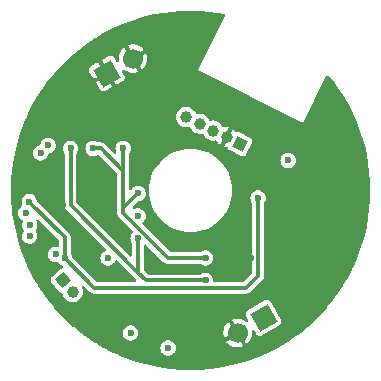
<source format=gbr>
%TF.GenerationSoftware,KiCad,Pcbnew,7.0.5-0*%
%TF.CreationDate,2023-09-08T15:05:08-04:00*%
%TF.ProjectId,rodentdbs,726f6465-6e74-4646-9273-2e6b69636164,rev?*%
%TF.SameCoordinates,Original*%
%TF.FileFunction,Copper,L3,Inr*%
%TF.FilePolarity,Positive*%
%FSLAX46Y46*%
G04 Gerber Fmt 4.6, Leading zero omitted, Abs format (unit mm)*
G04 Created by KiCad (PCBNEW 7.0.5-0) date 2023-09-08 15:05:08*
%MOMM*%
%LPD*%
G01*
G04 APERTURE LIST*
G04 Aperture macros list*
%AMHorizOval*
0 Thick line with rounded ends*
0 $1 width*
0 $2 $3 position (X,Y) of the first rounded end (center of the circle)*
0 $4 $5 position (X,Y) of the second rounded end (center of the circle)*
0 Add line between two ends*
20,1,$1,$2,$3,$4,$5,0*
0 Add two circle primitives to create the rounded ends*
1,1,$1,$2,$3*
1,1,$1,$4,$5*%
%AMRotRect*
0 Rectangle, with rotation*
0 The origin of the aperture is its center*
0 $1 length*
0 $2 width*
0 $3 Rotation angle, in degrees counterclockwise*
0 Add horizontal line*
21,1,$1,$2,0,0,$3*%
G04 Aperture macros list end*
%TA.AperFunction,ComponentPad*%
%ADD10RotRect,1.000000X1.000000X243.440000*%
%TD*%
%TA.AperFunction,ComponentPad*%
%ADD11HorizOval,1.000000X0.000000X0.000000X0.000000X0.000000X0*%
%TD*%
%TA.AperFunction,ComponentPad*%
%ADD12RotRect,1.000000X1.000000X40.000000*%
%TD*%
%TA.AperFunction,ComponentPad*%
%ADD13HorizOval,1.000000X0.000000X0.000000X0.000000X0.000000X0*%
%TD*%
%TA.AperFunction,ComponentPad*%
%ADD14RotRect,1.700000X1.700000X300.000000*%
%TD*%
%TA.AperFunction,ComponentPad*%
%ADD15HorizOval,1.700000X0.000000X0.000000X0.000000X0.000000X0*%
%TD*%
%TA.AperFunction,ComponentPad*%
%ADD16RotRect,1.700000X1.700000X120.000000*%
%TD*%
%TA.AperFunction,ComponentPad*%
%ADD17HorizOval,1.700000X0.000000X0.000000X0.000000X0.000000X0*%
%TD*%
%TA.AperFunction,ViaPad*%
%ADD18C,0.600000*%
%TD*%
%TA.AperFunction,Conductor*%
%ADD19C,0.300000*%
%TD*%
G04 APERTURE END LIST*
D10*
%TO.N,VCC*%
%TO.C,J6*%
X150235890Y-123060193D03*
D11*
%TO.N,GND*%
X149099917Y-122492332D03*
%TO.N,/rodentdbs_1/{slash}XRES*%
X147963945Y-121924471D03*
%TO.N,/rodentdbs_1/SWDCLK*%
X146827972Y-121356610D03*
%TO.N,/rodentdbs_1/SWDIO*%
X145692000Y-120788749D03*
%TD*%
D12*
%TO.N,/rodentdbs_1/STIMA*%
%TO.C,J2*%
X135255000Y-134620000D03*
D13*
%TO.N,/rodentdbs_1/STIMB*%
X136071340Y-135592876D03*
%TD*%
D14*
%TO.N,VCC*%
%TO.C,J3*%
X152229852Y-137795000D03*
D15*
%TO.N,GND*%
X150030148Y-139065000D03*
%TD*%
D16*
%TO.N,GND*%
%TO.C,J4*%
X138972122Y-117103026D03*
D17*
X141171826Y-115833026D03*
%TD*%
D18*
%TO.N,GND*%
X135255000Y-129540000D03*
%TO.N,/rodentdbs_1/VCCD*%
X139065000Y-132715000D03*
%TO.N,GND*%
X147955000Y-118110000D03*
X137795000Y-121920000D03*
X134620000Y-118110000D03*
X135255000Y-128270000D03*
X137795000Y-128270000D03*
X137795000Y-125730000D03*
X134620000Y-125730000D03*
X137795000Y-137795000D03*
X147955000Y-137160000D03*
X154305000Y-135255000D03*
X151130000Y-132715000D03*
%TO.N,Net-(D1-A)*%
X140970000Y-139065000D03*
%TO.N,Net-(D2-A)*%
X144145000Y-140335000D03*
%TO.N,/rodentdbs_1/LED1*%
X132430343Y-129916768D03*
%TO.N,/rodentdbs_1/{slash}SHDN-BOOST*%
X154305000Y-124460000D03*
%TO.N,/rodentdbs_1/LED2*%
X132422836Y-130877972D03*
%TO.N,/rodentdbs_1/{slash}SHDN-BOOST*%
X132080000Y-128905000D03*
%TO.N,GND*%
X151130000Y-120650000D03*
X150495000Y-119380000D03*
X151765000Y-120015000D03*
%TO.N,/rodentdbs_1/SWDIO*%
X133985000Y-123190000D03*
%TO.N,/rodentdbs_1/SWDCLK*%
X133350000Y-123825000D03*
%TO.N,GND*%
X158115000Y-120650000D03*
X154940000Y-122555000D03*
X153670000Y-121920000D03*
X152400000Y-121285000D03*
X149860000Y-120015000D03*
X148590000Y-119380000D03*
X146685000Y-118745000D03*
X146685000Y-112395000D03*
X145415000Y-112395000D03*
X147320000Y-114300000D03*
X147955000Y-113030000D03*
X157480000Y-118745000D03*
%TO.N,/rodentdbs_1/VDDA*%
X151765000Y-127635000D03*
X135395378Y-132730875D03*
X132397500Y-127952500D03*
%TO.N,GND*%
X156845000Y-120015000D03*
X149225000Y-118745000D03*
X142875000Y-113030000D03*
X153035000Y-120650000D03*
X154305000Y-121285000D03*
X155575000Y-121920000D03*
X156210000Y-121285000D03*
X146050000Y-117475000D03*
X144780000Y-118110000D03*
X143510000Y-119380000D03*
X143510000Y-117475000D03*
X142240000Y-118745000D03*
X141605000Y-120015000D03*
X142875000Y-120650000D03*
X142875000Y-121920000D03*
X141605000Y-121920000D03*
X142875000Y-123825000D03*
X141605000Y-123825000D03*
%TO.N,/rodentdbs_1/VREF*%
X134620000Y-132412012D03*
%TO.N,/rodentdbs_1/VDDD*%
X135890000Y-123440000D03*
%TO.N,/rodentdbs_1/VDDR*%
X137795000Y-123440000D03*
X140335000Y-123440000D03*
X141605000Y-127250000D03*
%TO.N,/rodentdbs_1/VDDD*%
X147320000Y-134620000D03*
%TO.N,/rodentdbs_1/VDDR*%
X147320000Y-132715000D03*
%TO.N,/rodentdbs_1/{slash}XRES*%
X141605000Y-129155000D03*
%TO.N,/rodentdbs_1/VDDD*%
X141605000Y-131060000D03*
%TD*%
D19*
%TO.N,/rodentdbs_1/VDDA*%
X135395378Y-132730875D02*
X135395378Y-130950378D01*
X135395378Y-130950378D02*
X132397500Y-127952500D01*
X151765000Y-127635000D02*
X151765000Y-134212671D01*
X151765000Y-134212671D02*
X150747671Y-135230000D01*
X150747671Y-135230000D02*
X137894503Y-135230000D01*
X137894503Y-135230000D02*
X135395378Y-132730875D01*
%TO.N,/rodentdbs_1/VDDR*%
X144145000Y-132715000D02*
X140335000Y-128905000D01*
X147320000Y-132715000D02*
X144145000Y-132715000D01*
X140335000Y-128905000D02*
X140335000Y-128520000D01*
%TO.N,/rodentdbs_1/VDDD*%
X142240000Y-134620000D02*
X141605000Y-133985000D01*
X141605000Y-133985000D02*
X135890000Y-128270000D01*
X141605000Y-131060000D02*
X141605000Y-133985000D01*
X147320000Y-134620000D02*
X142240000Y-134620000D01*
X135890000Y-128270000D02*
X135890000Y-123440000D01*
%TO.N,/rodentdbs_1/VDDR*%
X140335000Y-125345000D02*
X138430000Y-123440000D01*
X138430000Y-123440000D02*
X137795000Y-123440000D01*
X140335000Y-125345000D02*
X140335000Y-123440000D01*
X140335000Y-125345000D02*
X140335000Y-128520000D01*
X141605000Y-127250000D02*
X140335000Y-128520000D01*
%TD*%
%TA.AperFunction,Conductor*%
%TO.N,GND*%
G36*
X146819028Y-111804988D02*
G01*
X146822163Y-111805147D01*
X147060054Y-111823263D01*
X147587676Y-111863443D01*
X147590769Y-111863757D01*
X148352353Y-111960752D01*
X148355437Y-111961224D01*
X148897981Y-112058465D01*
X148960494Y-112089667D01*
X148996216Y-112149714D01*
X148993803Y-112219542D01*
X148987012Y-112235973D01*
X146684999Y-116839999D01*
X146685000Y-116839999D01*
X146685000Y-116840000D01*
X155575000Y-121285000D01*
X157557016Y-117320965D01*
X157604602Y-117269808D01*
X157672294Y-117252498D01*
X157738598Y-117274533D01*
X157764024Y-117298058D01*
X157886544Y-117448317D01*
X158080269Y-117685903D01*
X158082192Y-117688387D01*
X158536578Y-118307178D01*
X158538372Y-118309756D01*
X158960838Y-118950772D01*
X158962485Y-118953415D01*
X159351948Y-119615017D01*
X159353472Y-119617764D01*
X159708927Y-120298247D01*
X159710302Y-120301050D01*
X159964343Y-120853946D01*
X160030823Y-120998634D01*
X160032062Y-121001521D01*
X160316848Y-121714467D01*
X160317939Y-121717413D01*
X160566241Y-122443846D01*
X160567182Y-122446844D01*
X160778380Y-123184949D01*
X160779167Y-123187991D01*
X160952701Y-123935806D01*
X160953334Y-123938884D01*
X161088774Y-124694561D01*
X161089250Y-124697667D01*
X161186239Y-125459207D01*
X161186557Y-125462333D01*
X161244852Y-126227836D01*
X161245011Y-126230973D01*
X161264460Y-126998430D01*
X161264460Y-127001570D01*
X161245011Y-127769026D01*
X161244852Y-127772163D01*
X161186557Y-128537666D01*
X161186239Y-128540792D01*
X161089250Y-129302332D01*
X161088774Y-129305438D01*
X160953334Y-130061115D01*
X160952701Y-130064193D01*
X160779167Y-130812008D01*
X160778380Y-130815050D01*
X160567182Y-131553155D01*
X160566241Y-131556153D01*
X160317939Y-132282586D01*
X160316848Y-132285532D01*
X160032062Y-132998478D01*
X160030823Y-133001365D01*
X159856219Y-133381375D01*
X159760585Y-133589516D01*
X159710311Y-133698932D01*
X159708927Y-133701752D01*
X159353472Y-134382235D01*
X159351948Y-134384982D01*
X158962485Y-135046584D01*
X158960826Y-135049244D01*
X158942210Y-135077493D01*
X158538373Y-135690242D01*
X158536578Y-135692821D01*
X158082192Y-136311612D01*
X158080269Y-136314096D01*
X157595120Y-136909084D01*
X157593074Y-136911468D01*
X157078403Y-137481131D01*
X157076238Y-137483408D01*
X156533408Y-138026238D01*
X156531131Y-138028403D01*
X155961468Y-138543074D01*
X155959084Y-138545120D01*
X155364096Y-139030269D01*
X155361612Y-139032192D01*
X154742821Y-139486578D01*
X154740242Y-139488373D01*
X154273906Y-139795715D01*
X154114960Y-139900470D01*
X154099251Y-139910823D01*
X154096584Y-139912485D01*
X153434982Y-140301948D01*
X153432235Y-140303472D01*
X152751752Y-140658927D01*
X152748932Y-140660311D01*
X152051365Y-140980823D01*
X152048478Y-140982062D01*
X151335532Y-141266848D01*
X151332586Y-141267939D01*
X150606153Y-141516241D01*
X150603155Y-141517182D01*
X149865050Y-141728380D01*
X149862008Y-141729167D01*
X149114193Y-141902701D01*
X149111115Y-141903334D01*
X148355438Y-142038774D01*
X148352332Y-142039250D01*
X147590792Y-142136239D01*
X147587666Y-142136557D01*
X146822163Y-142194852D01*
X146819026Y-142195011D01*
X146051571Y-142214460D01*
X146048429Y-142214460D01*
X145280973Y-142195011D01*
X145277836Y-142194852D01*
X144512333Y-142136557D01*
X144509207Y-142136239D01*
X143747667Y-142039250D01*
X143744561Y-142038774D01*
X142988884Y-141903334D01*
X142985806Y-141902701D01*
X142237991Y-141729167D01*
X142234949Y-141728380D01*
X141496844Y-141517182D01*
X141493846Y-141516241D01*
X140767413Y-141267939D01*
X140764467Y-141266848D01*
X140051521Y-140982062D01*
X140048634Y-140980823D01*
X139976536Y-140947696D01*
X139351050Y-140660302D01*
X139348247Y-140658927D01*
X138728121Y-140335000D01*
X143489722Y-140335000D01*
X143508762Y-140491818D01*
X143564780Y-140639522D01*
X143564780Y-140639523D01*
X143654517Y-140769530D01*
X143772760Y-140874283D01*
X143772762Y-140874284D01*
X143912634Y-140947696D01*
X144066014Y-140985500D01*
X144223985Y-140985500D01*
X144377365Y-140947696D01*
X144377364Y-140947696D01*
X144517240Y-140874283D01*
X144635483Y-140769530D01*
X144725220Y-140639523D01*
X144781237Y-140491818D01*
X144800278Y-140335000D01*
X144781237Y-140178182D01*
X144725220Y-140030477D01*
X144635483Y-139900470D01*
X144517240Y-139795717D01*
X144517238Y-139795716D01*
X144517237Y-139795715D01*
X144377365Y-139722303D01*
X144223986Y-139684500D01*
X144223985Y-139684500D01*
X144066015Y-139684500D01*
X144066014Y-139684500D01*
X143912634Y-139722303D01*
X143772762Y-139795715D01*
X143654516Y-139900471D01*
X143564781Y-140030475D01*
X143564780Y-140030476D01*
X143508762Y-140178181D01*
X143489722Y-140334999D01*
X143489722Y-140335000D01*
X138728121Y-140335000D01*
X138667764Y-140303472D01*
X138665017Y-140301948D01*
X138003415Y-139912485D01*
X138000772Y-139910838D01*
X137359756Y-139488372D01*
X137357178Y-139486578D01*
X136783066Y-139065000D01*
X140314722Y-139065000D01*
X140333762Y-139221818D01*
X140367136Y-139309816D01*
X140389780Y-139369523D01*
X140479517Y-139499530D01*
X140597760Y-139604283D01*
X140597762Y-139604284D01*
X140737634Y-139677696D01*
X140891014Y-139715500D01*
X140891015Y-139715500D01*
X141048985Y-139715500D01*
X141202365Y-139677696D01*
X141342240Y-139604283D01*
X141460483Y-139499530D01*
X141550220Y-139369523D01*
X141606237Y-139221818D01*
X141625278Y-139065000D01*
X148825007Y-139065000D01*
X148845526Y-139286439D01*
X148906386Y-139500345D01*
X148909673Y-139506945D01*
X149533116Y-139146999D01*
X149570655Y-139274844D01*
X149648387Y-139395798D01*
X149713886Y-139452552D01*
X149090765Y-139812312D01*
X149139536Y-139876896D01*
X149139538Y-139876899D01*
X149303886Y-140026721D01*
X149492968Y-140143797D01*
X149492970Y-140143798D01*
X149700343Y-140224134D01*
X149918955Y-140265000D01*
X150141341Y-140265000D01*
X150359954Y-140224134D01*
X150469837Y-140181565D01*
X150110187Y-139558633D01*
X150172463Y-139549680D01*
X150303248Y-139489952D01*
X150411909Y-139395798D01*
X150419381Y-139384170D01*
X150778651Y-140006445D01*
X150920756Y-139876899D01*
X151054779Y-139699425D01*
X151153907Y-139500350D01*
X151214769Y-139286439D01*
X151235288Y-139065000D01*
X151235289Y-139065000D01*
X151222227Y-138924042D01*
X151235642Y-138855472D01*
X151283999Y-138805040D01*
X151351945Y-138788757D01*
X151417907Y-138811794D01*
X151453085Y-138850600D01*
X151576869Y-139065000D01*
X151631819Y-139160176D01*
X151674482Y-139214217D01*
X151771519Y-139279540D01*
X151884510Y-139309816D01*
X152001208Y-139301763D01*
X152065176Y-139276293D01*
X153595028Y-138393033D01*
X153649069Y-138350370D01*
X153714392Y-138253333D01*
X153744668Y-138140342D01*
X153736615Y-138023644D01*
X153711145Y-137959676D01*
X153711141Y-137959668D01*
X152827887Y-136429828D01*
X152827885Y-136429824D01*
X152785222Y-136375783D01*
X152688185Y-136310460D01*
X152575194Y-136280184D01*
X152575193Y-136280184D01*
X152458497Y-136288236D01*
X152394530Y-136313705D01*
X152394520Y-136313710D01*
X150864680Y-137196964D01*
X150810634Y-137239631D01*
X150745312Y-137336666D01*
X150715036Y-137449657D01*
X150715036Y-137449658D01*
X150723088Y-137566354D01*
X150748557Y-137630321D01*
X150748562Y-137630331D01*
X150922662Y-137931880D01*
X150939135Y-137999780D01*
X150916282Y-138065807D01*
X150861361Y-138108998D01*
X150791808Y-138115639D01*
X150749997Y-138099307D01*
X150567327Y-137986202D01*
X150567325Y-137986201D01*
X150359952Y-137905865D01*
X150141341Y-137865000D01*
X149918955Y-137865000D01*
X149700340Y-137905865D01*
X149590458Y-137948433D01*
X149590457Y-137948434D01*
X149950108Y-138571366D01*
X149887833Y-138580320D01*
X149757048Y-138640048D01*
X149648387Y-138734202D01*
X149640914Y-138745830D01*
X149281643Y-138123554D01*
X149139537Y-138253102D01*
X149005516Y-138430574D01*
X148906388Y-138629649D01*
X148845526Y-138843560D01*
X148825007Y-139064999D01*
X148825007Y-139065000D01*
X141625278Y-139065000D01*
X141621295Y-139032192D01*
X141606237Y-138908181D01*
X141581729Y-138843560D01*
X141550220Y-138760477D01*
X141460483Y-138630470D01*
X141342240Y-138525717D01*
X141342238Y-138525716D01*
X141342237Y-138525715D01*
X141202365Y-138452303D01*
X141048986Y-138414500D01*
X141048985Y-138414500D01*
X140891015Y-138414500D01*
X140891014Y-138414500D01*
X140737634Y-138452303D01*
X140597762Y-138525715D01*
X140479516Y-138630471D01*
X140389781Y-138760475D01*
X140389780Y-138760476D01*
X140333762Y-138908181D01*
X140314722Y-139064999D01*
X140314722Y-139065000D01*
X136783066Y-139065000D01*
X136738387Y-139032192D01*
X136735903Y-139030269D01*
X136140915Y-138545120D01*
X136138531Y-138543074D01*
X135568868Y-138028403D01*
X135566591Y-138026238D01*
X135023761Y-137483408D01*
X135021596Y-137481131D01*
X134506925Y-136911468D01*
X134504879Y-136909084D01*
X134019730Y-136314096D01*
X134017807Y-136311612D01*
X134016961Y-136310460D01*
X133565473Y-135695616D01*
X133563421Y-135692821D01*
X133561626Y-135690242D01*
X133139154Y-135049216D01*
X133137514Y-135046584D01*
X132748051Y-134384982D01*
X132746527Y-134382235D01*
X132391072Y-133701752D01*
X132389704Y-133698965D01*
X132069165Y-133001341D01*
X132067937Y-132998478D01*
X132017343Y-132871818D01*
X131783143Y-132285511D01*
X131782069Y-132282610D01*
X131533754Y-131556141D01*
X131532817Y-131553155D01*
X131525754Y-131528472D01*
X131321615Y-130815037D01*
X131320832Y-130812008D01*
X131319883Y-130807918D01*
X131147292Y-130064167D01*
X131146671Y-130061145D01*
X131011224Y-129305437D01*
X131010752Y-129302353D01*
X130960145Y-128905000D01*
X131424721Y-128905000D01*
X131443762Y-129061818D01*
X131487966Y-129178373D01*
X131499780Y-129209523D01*
X131589517Y-129339530D01*
X131707760Y-129444283D01*
X131782344Y-129483428D01*
X131832556Y-129532012D01*
X131848531Y-129600031D01*
X131840660Y-129637195D01*
X131794106Y-129759949D01*
X131775065Y-129916767D01*
X131775065Y-129916768D01*
X131794105Y-130073586D01*
X131832231Y-130174114D01*
X131850123Y-130221291D01*
X131852769Y-130225124D01*
X131919286Y-130321492D01*
X131941169Y-130387847D01*
X131923703Y-130455499D01*
X131919286Y-130462372D01*
X131842617Y-130573447D01*
X131842616Y-130573448D01*
X131786598Y-130721153D01*
X131767558Y-130877971D01*
X131767558Y-130877972D01*
X131786598Y-131034790D01*
X131819435Y-131121372D01*
X131842616Y-131182495D01*
X131932353Y-131312502D01*
X132050596Y-131417255D01*
X132050598Y-131417256D01*
X132190470Y-131490668D01*
X132343850Y-131528472D01*
X132501821Y-131528472D01*
X132655201Y-131490668D01*
X132655200Y-131490667D01*
X132795076Y-131417255D01*
X132913319Y-131312502D01*
X133003056Y-131182495D01*
X133059073Y-131034790D01*
X133078114Y-130877972D01*
X133059073Y-130721154D01*
X133054103Y-130708050D01*
X133027463Y-130637805D01*
X133003056Y-130573449D01*
X132933892Y-130473247D01*
X132912009Y-130406892D01*
X132929475Y-130339241D01*
X132933868Y-130332402D01*
X133010563Y-130221291D01*
X133066580Y-130073586D01*
X133085621Y-129916768D01*
X133066580Y-129759950D01*
X133010563Y-129612245D01*
X133010562Y-129612244D01*
X133008367Y-129606455D01*
X133003000Y-129536792D01*
X133036147Y-129475286D01*
X133097286Y-129441464D01*
X133167004Y-129446066D01*
X133211987Y-129474801D01*
X133810773Y-130073586D01*
X134858559Y-131121372D01*
X134892044Y-131182695D01*
X134894878Y-131209053D01*
X134894878Y-131651520D01*
X134875193Y-131718559D01*
X134822389Y-131764314D01*
X134753231Y-131774258D01*
X134741205Y-131771917D01*
X134698988Y-131761512D01*
X134698985Y-131761512D01*
X134541015Y-131761512D01*
X134541014Y-131761512D01*
X134387634Y-131799315D01*
X134247762Y-131872727D01*
X134129516Y-131977483D01*
X134039781Y-132107487D01*
X134039780Y-132107488D01*
X133983762Y-132255193D01*
X133964721Y-132412011D01*
X133964721Y-132412012D01*
X133983762Y-132568830D01*
X134022540Y-132671078D01*
X134039780Y-132716535D01*
X134129517Y-132846542D01*
X134247760Y-132951295D01*
X134247762Y-132951296D01*
X134387634Y-133024708D01*
X134541014Y-133062512D01*
X134698985Y-133062512D01*
X134698987Y-133062512D01*
X134698989Y-133062511D01*
X134731156Y-133054583D01*
X134800958Y-133057651D01*
X134858020Y-133097970D01*
X134862882Y-133104539D01*
X134884381Y-133135686D01*
X134904895Y-133165405D01*
X135023138Y-133270158D01*
X135163013Y-133343571D01*
X135176562Y-133346910D01*
X135179631Y-133347667D01*
X135240012Y-133382823D01*
X135271800Y-133445043D01*
X135264904Y-133514571D01*
X135221513Y-133569334D01*
X135179846Y-133588407D01*
X135175383Y-133589516D01*
X135175384Y-133589516D01*
X135175379Y-133589518D01*
X135116815Y-133625702D01*
X135116810Y-133625705D01*
X135116810Y-133625706D01*
X134299808Y-134311252D01*
X134299806Y-134311253D01*
X134299805Y-134311255D01*
X134253996Y-134362651D01*
X134206515Y-134469558D01*
X134206515Y-134469559D01*
X134196320Y-134586088D01*
X134224515Y-134699613D01*
X134224518Y-134699620D01*
X134260702Y-134758184D01*
X134260706Y-134758190D01*
X134946252Y-135575192D01*
X134997652Y-135621004D01*
X135104558Y-135668484D01*
X135109149Y-135668885D01*
X135123769Y-135670165D01*
X135188839Y-135695616D01*
X135229818Y-135752206D01*
X135234253Y-135767904D01*
X135234843Y-135770679D01*
X135290087Y-135940705D01*
X135290090Y-135940711D01*
X135379481Y-136095541D01*
X135421152Y-136141822D01*
X135499104Y-136228397D01*
X135499107Y-136228399D01*
X135499110Y-136228402D01*
X135643747Y-136333488D01*
X135807073Y-136406205D01*
X135981949Y-136443376D01*
X136160729Y-136443376D01*
X136160731Y-136443376D01*
X136335607Y-136406205D01*
X136498933Y-136333488D01*
X136643570Y-136228402D01*
X136763199Y-136095541D01*
X136852590Y-135940711D01*
X136907837Y-135770679D01*
X136926525Y-135592876D01*
X136907837Y-135415073D01*
X136852590Y-135245041D01*
X136846590Y-135234649D01*
X136830118Y-135166751D01*
X136852971Y-135100724D01*
X136907892Y-135057533D01*
X136977445Y-135050892D01*
X137039548Y-135082908D01*
X137041659Y-135084970D01*
X137493117Y-135536428D01*
X137509749Y-135557066D01*
X137512357Y-135561125D01*
X137512361Y-135561129D01*
X137551558Y-135595093D01*
X137554799Y-135598110D01*
X137565899Y-135609211D01*
X137565904Y-135609215D01*
X137565909Y-135609220D01*
X137578482Y-135618631D01*
X137581922Y-135621402D01*
X137621130Y-135655377D01*
X137625515Y-135657379D01*
X137648316Y-135670908D01*
X137652172Y-135673795D01*
X137695714Y-135690035D01*
X137700772Y-135691922D01*
X137704862Y-135693617D01*
X137735584Y-135707647D01*
X137752046Y-135715165D01*
X137756819Y-135715851D01*
X137782507Y-135722408D01*
X137787020Y-135724091D01*
X137838748Y-135727790D01*
X137843155Y-135728264D01*
X137858703Y-135730500D01*
X137858704Y-135730500D01*
X137874418Y-135730500D01*
X137878840Y-135730657D01*
X137930576Y-135734358D01*
X137933805Y-135733655D01*
X137935284Y-135733334D01*
X137961641Y-135730500D01*
X150680528Y-135730500D01*
X150706886Y-135733334D01*
X150711598Y-135734359D01*
X150763342Y-135730657D01*
X150767765Y-135730500D01*
X150783470Y-135730500D01*
X150799013Y-135728264D01*
X150803411Y-135727791D01*
X150855154Y-135724091D01*
X150859663Y-135722408D01*
X150885356Y-135715850D01*
X150890128Y-135715165D01*
X150937317Y-135693613D01*
X150941399Y-135691922D01*
X150976910Y-135678679D01*
X150990000Y-135673797D01*
X150990000Y-135673796D01*
X150990002Y-135673796D01*
X150993860Y-135670907D01*
X151016666Y-135657375D01*
X151021044Y-135655377D01*
X151060235Y-135621416D01*
X151063685Y-135618637D01*
X151066601Y-135616453D01*
X151076264Y-135609221D01*
X151087391Y-135598092D01*
X151090596Y-135595109D01*
X151129814Y-135561128D01*
X151132422Y-135557068D01*
X151149052Y-135536431D01*
X152071431Y-134614052D01*
X152092068Y-134597422D01*
X152096128Y-134594814D01*
X152130096Y-134555610D01*
X152133107Y-134552377D01*
X152144220Y-134541265D01*
X152153647Y-134528669D01*
X152156411Y-134525241D01*
X152190375Y-134486047D01*
X152190375Y-134486045D01*
X152190377Y-134486044D01*
X152192377Y-134481663D01*
X152205911Y-134458854D01*
X152208795Y-134455002D01*
X152226920Y-134406405D01*
X152228613Y-134402319D01*
X152236531Y-134384982D01*
X152250165Y-134355128D01*
X152250851Y-134350354D01*
X152257407Y-134324667D01*
X152259091Y-134320154D01*
X152259091Y-134320149D01*
X152259092Y-134320148D01*
X152260461Y-134300985D01*
X152262791Y-134268398D01*
X152263258Y-134264056D01*
X152265500Y-134248470D01*
X152265500Y-134232754D01*
X152265658Y-134228329D01*
X152269358Y-134176598D01*
X152269357Y-134176594D01*
X152268334Y-134171890D01*
X152265500Y-134145533D01*
X152265500Y-128093657D01*
X152285185Y-128026618D01*
X152287450Y-128023217D01*
X152295659Y-128011324D01*
X152345220Y-127939523D01*
X152401237Y-127791818D01*
X152420278Y-127635000D01*
X152410507Y-127554523D01*
X152401237Y-127478181D01*
X152359838Y-127369022D01*
X152345220Y-127330477D01*
X152255483Y-127200470D01*
X152137240Y-127095717D01*
X152137238Y-127095716D01*
X152137237Y-127095715D01*
X151997365Y-127022303D01*
X151843986Y-126984500D01*
X151843985Y-126984500D01*
X151686015Y-126984500D01*
X151686014Y-126984500D01*
X151532634Y-127022303D01*
X151392762Y-127095715D01*
X151274516Y-127200471D01*
X151184781Y-127330475D01*
X151184780Y-127330476D01*
X151128762Y-127478181D01*
X151109722Y-127634999D01*
X151109722Y-127635000D01*
X151128762Y-127791818D01*
X151184780Y-127939523D01*
X151184780Y-127939524D01*
X151242550Y-128023217D01*
X151264433Y-128089571D01*
X151264500Y-128093657D01*
X151264500Y-133953995D01*
X151244815Y-134021034D01*
X151228181Y-134041676D01*
X150576676Y-134693181D01*
X150515353Y-134726666D01*
X150488995Y-134729500D01*
X148098428Y-134729500D01*
X148031389Y-134709815D01*
X147985634Y-134657011D01*
X147975332Y-134620446D01*
X147974556Y-134614057D01*
X147956237Y-134463182D01*
X147900220Y-134315477D01*
X147810483Y-134185470D01*
X147692240Y-134080717D01*
X147692238Y-134080716D01*
X147692237Y-134080715D01*
X147552365Y-134007303D01*
X147398986Y-133969500D01*
X147398985Y-133969500D01*
X147241015Y-133969500D01*
X147241014Y-133969500D01*
X147087634Y-134007303D01*
X146947766Y-134080712D01*
X146947762Y-134080715D01*
X146947759Y-134080717D01*
X146947760Y-134080717D01*
X146939181Y-134088316D01*
X146875950Y-134118037D01*
X146856956Y-134119500D01*
X142498676Y-134119500D01*
X142431637Y-134099815D01*
X142410995Y-134083181D01*
X142141819Y-133814004D01*
X142108334Y-133752681D01*
X142105500Y-133726323D01*
X142105500Y-131682676D01*
X142125185Y-131615637D01*
X142177989Y-131569882D01*
X142247147Y-131559938D01*
X142310703Y-131588963D01*
X142317181Y-131594995D01*
X143743614Y-133021428D01*
X143760246Y-133042066D01*
X143762854Y-133046125D01*
X143762857Y-133046128D01*
X143802067Y-133080103D01*
X143805283Y-133083097D01*
X143816407Y-133094221D01*
X143816412Y-133094224D01*
X143816417Y-133094229D01*
X143828979Y-133103633D01*
X143832427Y-133106411D01*
X143862947Y-133132856D01*
X143871627Y-133140377D01*
X143876010Y-133142379D01*
X143898807Y-133155905D01*
X143902669Y-133158796D01*
X143951295Y-133176932D01*
X143955351Y-133178612D01*
X143977457Y-133188708D01*
X144002540Y-133200164D01*
X144002541Y-133200164D01*
X144002543Y-133200165D01*
X144007312Y-133200850D01*
X144033002Y-133207407D01*
X144037517Y-133209091D01*
X144089258Y-133212791D01*
X144093657Y-133213264D01*
X144109201Y-133215500D01*
X144124906Y-133215500D01*
X144129328Y-133215657D01*
X144181073Y-133219359D01*
X144185784Y-133218334D01*
X144212143Y-133215500D01*
X146856956Y-133215500D01*
X146923995Y-133235185D01*
X146939179Y-133246681D01*
X146947760Y-133254283D01*
X146947762Y-133254284D01*
X146947766Y-133254287D01*
X147087634Y-133327696D01*
X147241014Y-133365500D01*
X147398985Y-133365500D01*
X147552365Y-133327696D01*
X147692240Y-133254283D01*
X147810483Y-133149530D01*
X147900220Y-133019523D01*
X147956237Y-132871818D01*
X147975278Y-132715000D01*
X147958165Y-132574056D01*
X147956237Y-132558181D01*
X147925572Y-132477324D01*
X147900220Y-132410477D01*
X147810483Y-132280470D01*
X147692240Y-132175717D01*
X147692238Y-132175716D01*
X147692237Y-132175715D01*
X147552365Y-132102303D01*
X147398986Y-132064500D01*
X147398985Y-132064500D01*
X147241015Y-132064500D01*
X147241014Y-132064500D01*
X147087634Y-132102303D01*
X146947766Y-132175712D01*
X146947762Y-132175715D01*
X146947759Y-132175717D01*
X146947760Y-132175717D01*
X146939181Y-132183316D01*
X146875950Y-132213037D01*
X146856956Y-132214500D01*
X144403676Y-132214500D01*
X144336637Y-132194815D01*
X144315995Y-132178181D01*
X141993424Y-129855610D01*
X141959939Y-129794287D01*
X141964923Y-129724595D01*
X141998876Y-129675114D01*
X142095483Y-129589530D01*
X142185220Y-129459523D01*
X142241237Y-129311818D01*
X142260278Y-129155000D01*
X142253194Y-129096653D01*
X142241237Y-128998181D01*
X142192217Y-128868927D01*
X142185220Y-128850477D01*
X142095483Y-128720470D01*
X141977240Y-128615717D01*
X141977238Y-128615716D01*
X141977237Y-128615715D01*
X141837365Y-128542303D01*
X141683986Y-128504500D01*
X141683985Y-128504500D01*
X141526015Y-128504500D01*
X141526014Y-128504500D01*
X141372634Y-128542303D01*
X141352974Y-128552622D01*
X141284465Y-128566345D01*
X141219413Y-128540852D01*
X141178470Y-128484235D01*
X141174636Y-128414470D01*
X141207668Y-128355145D01*
X141630783Y-127932030D01*
X141688787Y-127899316D01*
X141837365Y-127862696D01*
X141977240Y-127789283D01*
X142095483Y-127684530D01*
X142185220Y-127554523D01*
X142241237Y-127406818D01*
X142260278Y-127250000D01*
X142253018Y-127190203D01*
X142241237Y-127093181D01*
X142219992Y-127037164D01*
X142205898Y-127000000D01*
X142519662Y-127000000D01*
X142539002Y-127369022D01*
X142546002Y-127413217D01*
X142596808Y-127733999D01*
X142675215Y-128026618D01*
X142692451Y-128090941D01*
X142824877Y-128435921D01*
X142992640Y-128765173D01*
X143193891Y-129075073D01*
X143193895Y-129075078D01*
X143193897Y-129075081D01*
X143426448Y-129362257D01*
X143687743Y-129623552D01*
X143974919Y-129856103D01*
X143974923Y-129856105D01*
X143974926Y-129856108D01*
X144284826Y-130057359D01*
X144284831Y-130057362D01*
X144614082Y-130225124D01*
X144959066Y-130357551D01*
X145316001Y-130453192D01*
X145680979Y-130510998D01*
X146029589Y-130529268D01*
X146049999Y-130530338D01*
X146050000Y-130530338D01*
X146050001Y-130530338D01*
X146069340Y-130529324D01*
X146419021Y-130510998D01*
X146783999Y-130453192D01*
X147140934Y-130357551D01*
X147485918Y-130225124D01*
X147815169Y-130057362D01*
X148125081Y-129856103D01*
X148412257Y-129623552D01*
X148673552Y-129362257D01*
X148906103Y-129075081D01*
X149107362Y-128765169D01*
X149275124Y-128435918D01*
X149407551Y-128090934D01*
X149503192Y-127733999D01*
X149560998Y-127369021D01*
X149580338Y-127000000D01*
X149560998Y-126630979D01*
X149503192Y-126266001D01*
X149407551Y-125909066D01*
X149275124Y-125564082D01*
X149107362Y-125234831D01*
X149026621Y-125110500D01*
X148906108Y-124924926D01*
X148906105Y-124924923D01*
X148906103Y-124924919D01*
X148673552Y-124637743D01*
X148495809Y-124460000D01*
X153649722Y-124460000D01*
X153668762Y-124616818D01*
X153724779Y-124764523D01*
X153724780Y-124764523D01*
X153814517Y-124894530D01*
X153932760Y-124999283D01*
X153932762Y-124999284D01*
X154072634Y-125072696D01*
X154226014Y-125110500D01*
X154383985Y-125110500D01*
X154537365Y-125072696D01*
X154537364Y-125072696D01*
X154677240Y-124999283D01*
X154795483Y-124894530D01*
X154885220Y-124764523D01*
X154941237Y-124616818D01*
X154960278Y-124460000D01*
X154955172Y-124417943D01*
X154941237Y-124303181D01*
X154897960Y-124189070D01*
X154885220Y-124155477D01*
X154795483Y-124025470D01*
X154677240Y-123920717D01*
X154677238Y-123920716D01*
X154677237Y-123920715D01*
X154537365Y-123847303D01*
X154383986Y-123809500D01*
X154383985Y-123809500D01*
X154226015Y-123809500D01*
X154226014Y-123809500D01*
X154072634Y-123847303D01*
X153932762Y-123920715D01*
X153814516Y-124025471D01*
X153724781Y-124155475D01*
X153724780Y-124155476D01*
X153668762Y-124303181D01*
X153649722Y-124459999D01*
X153649722Y-124460000D01*
X148495809Y-124460000D01*
X148412257Y-124376448D01*
X148125081Y-124143897D01*
X148125078Y-124143895D01*
X148125073Y-124143891D01*
X147815173Y-123942640D01*
X147485921Y-123774877D01*
X147140941Y-123642451D01*
X147140934Y-123642449D01*
X146783999Y-123546808D01*
X146783995Y-123546807D01*
X146783994Y-123546807D01*
X146419022Y-123489002D01*
X146050001Y-123469662D01*
X146049999Y-123469662D01*
X145680977Y-123489002D01*
X145316006Y-123546807D01*
X145316004Y-123546807D01*
X144959058Y-123642451D01*
X144614078Y-123774877D01*
X144284826Y-123942640D01*
X143974926Y-124143891D01*
X143687747Y-124376444D01*
X143687739Y-124376451D01*
X143426451Y-124637739D01*
X143426444Y-124637747D01*
X143193891Y-124924926D01*
X142992640Y-125234826D01*
X142824877Y-125564078D01*
X142692451Y-125909058D01*
X142596807Y-126266004D01*
X142596807Y-126266006D01*
X142539002Y-126630977D01*
X142519662Y-126999999D01*
X142519662Y-127000000D01*
X142205898Y-127000000D01*
X142185220Y-126945477D01*
X142095483Y-126815470D01*
X141977240Y-126710717D01*
X141977238Y-126710716D01*
X141977237Y-126710715D01*
X141837365Y-126637303D01*
X141683986Y-126599500D01*
X141683985Y-126599500D01*
X141526015Y-126599500D01*
X141526014Y-126599500D01*
X141372634Y-126637303D01*
X141232762Y-126710715D01*
X141114516Y-126815471D01*
X141061550Y-126892206D01*
X141007267Y-126936196D01*
X140937819Y-126943856D01*
X140875254Y-126912753D01*
X140839436Y-126852762D01*
X140835500Y-126821766D01*
X140835500Y-125412143D01*
X140838334Y-125385785D01*
X140839359Y-125381073D01*
X140835658Y-125329329D01*
X140835500Y-125324904D01*
X140835500Y-123898657D01*
X140855185Y-123831618D01*
X140857450Y-123828217D01*
X140915219Y-123744524D01*
X140915220Y-123744523D01*
X140971237Y-123596818D01*
X140990278Y-123440000D01*
X140971237Y-123283182D01*
X140915220Y-123135477D01*
X140825483Y-123005470D01*
X140707240Y-122900717D01*
X140707238Y-122900716D01*
X140707237Y-122900715D01*
X140567365Y-122827303D01*
X140413986Y-122789500D01*
X140413985Y-122789500D01*
X140256015Y-122789500D01*
X140256014Y-122789500D01*
X140102634Y-122827303D01*
X139962762Y-122900715D01*
X139844516Y-123005471D01*
X139754781Y-123135475D01*
X139754780Y-123135476D01*
X139698762Y-123283181D01*
X139679722Y-123439999D01*
X139679722Y-123440000D01*
X139698763Y-123596818D01*
X139740830Y-123707741D01*
X139746197Y-123777404D01*
X139713049Y-123838910D01*
X139651911Y-123872732D01*
X139582193Y-123868130D01*
X139537207Y-123839393D01*
X138831385Y-123133571D01*
X138814750Y-123112928D01*
X138812145Y-123108874D01*
X138812142Y-123108871D01*
X138805147Y-123102810D01*
X138772932Y-123074896D01*
X138769700Y-123071886D01*
X138758596Y-123060782D01*
X138758588Y-123060775D01*
X138746013Y-123051362D01*
X138742583Y-123048598D01*
X138703373Y-123014623D01*
X138703371Y-123014622D01*
X138703367Y-123014619D01*
X138698983Y-123012617D01*
X138676194Y-122999096D01*
X138672331Y-122996204D01*
X138672329Y-122996203D01*
X138623716Y-122978071D01*
X138619642Y-122976383D01*
X138572457Y-122954835D01*
X138572455Y-122954834D01*
X138567682Y-122954148D01*
X138542000Y-122947593D01*
X138537485Y-122945909D01*
X138485740Y-122942207D01*
X138481343Y-122941734D01*
X138465799Y-122939500D01*
X138450094Y-122939500D01*
X138445671Y-122939342D01*
X138428083Y-122938084D01*
X138393929Y-122935641D01*
X138393925Y-122935641D01*
X138389215Y-122936666D01*
X138362857Y-122939500D01*
X138258044Y-122939500D01*
X138191005Y-122919815D01*
X138175820Y-122908318D01*
X138167240Y-122900717D01*
X138167238Y-122900716D01*
X138167237Y-122900715D01*
X138167233Y-122900712D01*
X138027365Y-122827303D01*
X137873986Y-122789500D01*
X137873985Y-122789500D01*
X137716015Y-122789500D01*
X137716014Y-122789500D01*
X137562634Y-122827303D01*
X137422762Y-122900715D01*
X137304516Y-123005471D01*
X137214781Y-123135475D01*
X137214780Y-123135476D01*
X137158762Y-123283181D01*
X137139722Y-123439999D01*
X137139722Y-123440000D01*
X137158762Y-123596818D01*
X137200830Y-123707741D01*
X137214780Y-123744523D01*
X137304517Y-123874530D01*
X137422760Y-123979283D01*
X137422762Y-123979284D01*
X137562634Y-124052696D01*
X137716014Y-124090500D01*
X137873985Y-124090500D01*
X138027365Y-124052696D01*
X138148246Y-123989251D01*
X138216754Y-123975526D01*
X138281807Y-124001018D01*
X138293553Y-124011366D01*
X139798182Y-125515996D01*
X139831666Y-125577317D01*
X139834500Y-125603675D01*
X139834500Y-128499904D01*
X139834342Y-128504329D01*
X139830641Y-128556069D01*
X139830641Y-128556073D01*
X139831666Y-128560785D01*
X139834500Y-128587143D01*
X139834500Y-128837858D01*
X139831667Y-128864206D01*
X139830641Y-128868927D01*
X139830641Y-128868929D01*
X139830641Y-128868930D01*
X139834342Y-128920669D01*
X139834500Y-128925094D01*
X139834500Y-128940799D01*
X139836734Y-128956343D01*
X139837207Y-128960740D01*
X139840909Y-129012485D01*
X139842593Y-129017000D01*
X139849148Y-129042682D01*
X139849834Y-129047455D01*
X139849835Y-129047457D01*
X139871383Y-129094642D01*
X139873071Y-129098716D01*
X139891203Y-129147329D01*
X139894096Y-129151194D01*
X139907617Y-129173983D01*
X139909619Y-129178367D01*
X139909622Y-129178371D01*
X139909623Y-129178373D01*
X139943598Y-129217583D01*
X139946362Y-129221013D01*
X139955775Y-129233588D01*
X139955782Y-129233596D01*
X139966886Y-129244700D01*
X139969896Y-129247932D01*
X139997810Y-129280147D01*
X140003871Y-129287142D01*
X140003874Y-129287145D01*
X140007928Y-129289750D01*
X140028571Y-129306385D01*
X141144992Y-130422806D01*
X141178477Y-130484129D01*
X141173493Y-130553821D01*
X141139539Y-130603301D01*
X141114518Y-130625467D01*
X141024781Y-130755475D01*
X141024780Y-130755476D01*
X140968762Y-130903181D01*
X140949722Y-131059999D01*
X140949722Y-131060000D01*
X140968762Y-131216818D01*
X141024780Y-131364523D01*
X141024780Y-131364524D01*
X141082550Y-131448217D01*
X141104433Y-131514571D01*
X141104500Y-131518657D01*
X141104500Y-132477324D01*
X141084815Y-132544363D01*
X141032011Y-132590118D01*
X140962853Y-132600062D01*
X140899297Y-132571037D01*
X140892819Y-132565005D01*
X136426819Y-128099005D01*
X136393334Y-128037682D01*
X136390500Y-128011324D01*
X136390500Y-123898657D01*
X136410185Y-123831618D01*
X136412450Y-123828217D01*
X136470219Y-123744524D01*
X136470220Y-123744523D01*
X136526237Y-123596818D01*
X136545278Y-123440000D01*
X136526237Y-123283182D01*
X136470220Y-123135477D01*
X136380483Y-123005470D01*
X136262240Y-122900717D01*
X136262238Y-122900716D01*
X136262237Y-122900715D01*
X136122365Y-122827303D01*
X135968986Y-122789500D01*
X135968985Y-122789500D01*
X135811015Y-122789500D01*
X135811014Y-122789500D01*
X135657634Y-122827303D01*
X135517762Y-122900715D01*
X135399516Y-123005471D01*
X135309781Y-123135475D01*
X135309780Y-123135476D01*
X135253762Y-123283181D01*
X135234722Y-123439999D01*
X135234722Y-123440000D01*
X135253762Y-123596818D01*
X135309780Y-123744523D01*
X135309780Y-123744524D01*
X135367550Y-123828217D01*
X135389433Y-123894571D01*
X135389500Y-123898657D01*
X135389500Y-128202858D01*
X135386667Y-128229206D01*
X135385641Y-128233927D01*
X135385641Y-128233929D01*
X135385641Y-128233930D01*
X135389342Y-128285669D01*
X135389500Y-128290094D01*
X135389500Y-128305799D01*
X135391734Y-128321343D01*
X135392207Y-128325740D01*
X135395909Y-128377485D01*
X135397593Y-128382000D01*
X135404148Y-128407682D01*
X135404834Y-128412455D01*
X135404835Y-128412457D01*
X135426383Y-128459642D01*
X135428071Y-128463716D01*
X135446203Y-128512329D01*
X135449096Y-128516194D01*
X135462617Y-128538983D01*
X135464619Y-128543367D01*
X135464622Y-128543371D01*
X135464623Y-128543373D01*
X135498598Y-128582583D01*
X135501362Y-128586013D01*
X135510775Y-128598588D01*
X135510782Y-128598596D01*
X135521886Y-128609700D01*
X135524896Y-128612932D01*
X135527309Y-128615717D01*
X135558871Y-128652142D01*
X135558874Y-128652145D01*
X135562928Y-128654750D01*
X135583571Y-128671385D01*
X138832734Y-131920548D01*
X138866219Y-131981871D01*
X138861235Y-132051563D01*
X138819363Y-132107496D01*
X138802680Y-132118025D01*
X138692761Y-132175716D01*
X138574516Y-132280471D01*
X138484781Y-132410475D01*
X138484780Y-132410476D01*
X138428762Y-132558181D01*
X138409722Y-132714999D01*
X138409722Y-132715000D01*
X138428762Y-132871818D01*
X138484780Y-133019522D01*
X138484780Y-133019523D01*
X138574517Y-133149530D01*
X138692760Y-133254283D01*
X138692762Y-133254284D01*
X138832634Y-133327696D01*
X138986014Y-133365500D01*
X138986015Y-133365500D01*
X139143985Y-133365500D01*
X139297365Y-133327696D01*
X139437240Y-133254283D01*
X139555483Y-133149530D01*
X139645220Y-133019523D01*
X139655987Y-132991132D01*
X139698162Y-132935431D01*
X139763760Y-132911373D01*
X139831950Y-132926599D01*
X139859609Y-132947422D01*
X141225779Y-134313593D01*
X141236901Y-134324715D01*
X141239896Y-134327932D01*
X141247890Y-134337158D01*
X141273871Y-134367142D01*
X141273874Y-134367145D01*
X141277928Y-134369750D01*
X141298571Y-134386385D01*
X141430005Y-134517819D01*
X141463490Y-134579142D01*
X141458506Y-134648834D01*
X141416634Y-134704767D01*
X141351170Y-134729184D01*
X141342324Y-134729500D01*
X138153179Y-134729500D01*
X138086140Y-134709815D01*
X138065498Y-134693181D01*
X136073652Y-132701335D01*
X136040167Y-132640012D01*
X136038237Y-132628599D01*
X136031615Y-132574056D01*
X135994929Y-132477324D01*
X135975598Y-132426352D01*
X135917828Y-132342657D01*
X135895945Y-132276302D01*
X135895878Y-132272217D01*
X135895878Y-131017521D01*
X135898712Y-130991163D01*
X135899737Y-130986451D01*
X135896036Y-130934707D01*
X135895878Y-130930282D01*
X135895878Y-130914579D01*
X135893642Y-130899035D01*
X135893169Y-130894632D01*
X135889469Y-130842895D01*
X135887785Y-130838380D01*
X135881228Y-130812690D01*
X135880543Y-130807921D01*
X135858990Y-130760729D01*
X135857310Y-130756673D01*
X135839174Y-130708047D01*
X135836283Y-130704185D01*
X135822757Y-130681388D01*
X135820755Y-130677005D01*
X135813234Y-130668325D01*
X135786789Y-130637805D01*
X135784011Y-130634357D01*
X135774607Y-130621795D01*
X135774602Y-130621790D01*
X135774599Y-130621785D01*
X135763475Y-130610661D01*
X135760481Y-130607445D01*
X135726506Y-130568235D01*
X135726503Y-130568232D01*
X135722444Y-130565624D01*
X135701806Y-130548992D01*
X133075774Y-127922960D01*
X133042289Y-127861637D01*
X133040359Y-127850224D01*
X133033737Y-127795681D01*
X133005941Y-127722389D01*
X132977720Y-127647977D01*
X132887983Y-127517970D01*
X132769740Y-127413217D01*
X132769738Y-127413216D01*
X132769737Y-127413215D01*
X132629865Y-127339803D01*
X132476486Y-127302000D01*
X132476485Y-127302000D01*
X132318515Y-127302000D01*
X132318514Y-127302000D01*
X132165134Y-127339803D01*
X132025262Y-127413215D01*
X131907016Y-127517971D01*
X131817281Y-127647975D01*
X131817280Y-127647976D01*
X131761262Y-127795681D01*
X131742222Y-127952499D01*
X131742222Y-127952500D01*
X131761263Y-128109318D01*
X131794523Y-128197018D01*
X131799890Y-128266681D01*
X131766743Y-128328187D01*
X131736211Y-128350783D01*
X131707764Y-128365714D01*
X131707760Y-128365717D01*
X131599470Y-128461653D01*
X131589516Y-128470471D01*
X131499781Y-128600475D01*
X131499780Y-128600476D01*
X131443762Y-128748181D01*
X131424721Y-128904999D01*
X131424721Y-128905000D01*
X130960145Y-128905000D01*
X130913757Y-128540769D01*
X130913442Y-128537666D01*
X130912619Y-128526864D01*
X130861961Y-127861637D01*
X130855147Y-127772163D01*
X130854988Y-127769026D01*
X130852847Y-127684528D01*
X130835539Y-127001538D01*
X130835539Y-126998461D01*
X130854988Y-126230969D01*
X130855147Y-126227836D01*
X130879423Y-125909058D01*
X130913443Y-125462319D01*
X130913757Y-125459234D01*
X131010753Y-124697640D01*
X131011225Y-124694561D01*
X131021408Y-124637747D01*
X131146672Y-123938846D01*
X131147290Y-123935840D01*
X131173011Y-123825000D01*
X132694721Y-123825000D01*
X132713762Y-123981818D01*
X132769779Y-124129522D01*
X132769780Y-124129523D01*
X132859517Y-124259530D01*
X132977760Y-124364283D01*
X132977762Y-124364284D01*
X133117634Y-124437696D01*
X133271014Y-124475500D01*
X133428985Y-124475500D01*
X133582365Y-124437696D01*
X133722240Y-124364283D01*
X133840483Y-124259530D01*
X133930220Y-124129523D01*
X133986237Y-123981818D01*
X133991209Y-123940861D01*
X134018829Y-123876686D01*
X134076762Y-123837628D01*
X134084621Y-123835413D01*
X134217365Y-123802696D01*
X134357240Y-123729283D01*
X134475483Y-123624530D01*
X134565220Y-123494523D01*
X134621237Y-123346818D01*
X134640278Y-123190000D01*
X134636308Y-123157299D01*
X134621237Y-123033181D01*
X134591524Y-122954835D01*
X134565220Y-122885477D01*
X134475483Y-122755470D01*
X134357240Y-122650717D01*
X134357238Y-122650716D01*
X134357237Y-122650715D01*
X134217365Y-122577303D01*
X134063986Y-122539500D01*
X134063985Y-122539500D01*
X133906015Y-122539500D01*
X133906014Y-122539500D01*
X133752634Y-122577303D01*
X133612762Y-122650715D01*
X133612759Y-122650717D01*
X133612760Y-122650717D01*
X133495214Y-122754853D01*
X133494516Y-122755471D01*
X133404781Y-122885475D01*
X133404780Y-122885476D01*
X133348763Y-123033180D01*
X133343790Y-123074138D01*
X133316168Y-123138316D01*
X133258234Y-123177372D01*
X133250369Y-123179588D01*
X133117633Y-123212304D01*
X132977762Y-123285715D01*
X132859516Y-123390471D01*
X132769781Y-123520475D01*
X132769780Y-123520476D01*
X132713762Y-123668181D01*
X132694721Y-123824999D01*
X132694721Y-123825000D01*
X131173011Y-123825000D01*
X131320838Y-123187964D01*
X131321613Y-123184972D01*
X131532824Y-122446820D01*
X131533750Y-122443869D01*
X131782073Y-121717376D01*
X131783138Y-121714501D01*
X132067945Y-121001500D01*
X132069159Y-120998672D01*
X132165613Y-120788749D01*
X144836815Y-120788749D01*
X144855503Y-120966554D01*
X144855504Y-120966556D01*
X144910747Y-121136578D01*
X144910750Y-121136584D01*
X145000141Y-121291414D01*
X145041812Y-121337695D01*
X145119764Y-121424270D01*
X145119767Y-121424272D01*
X145119770Y-121424275D01*
X145264407Y-121529361D01*
X145427733Y-121602078D01*
X145602609Y-121639249D01*
X145781389Y-121639249D01*
X145781391Y-121639249D01*
X145900557Y-121613919D01*
X145970221Y-121619235D01*
X146025955Y-121661371D01*
X146044266Y-121696889D01*
X146046718Y-121704435D01*
X146046722Y-121704445D01*
X146136113Y-121859275D01*
X146177784Y-121905556D01*
X146255736Y-121992131D01*
X146255739Y-121992133D01*
X146255742Y-121992136D01*
X146400379Y-122097222D01*
X146563705Y-122169939D01*
X146738581Y-122207110D01*
X146917361Y-122207110D01*
X146917363Y-122207110D01*
X147036530Y-122181780D01*
X147106195Y-122187096D01*
X147161928Y-122229233D01*
X147180239Y-122264750D01*
X147182691Y-122272296D01*
X147182695Y-122272306D01*
X147272086Y-122427136D01*
X147291533Y-122448734D01*
X147391709Y-122559992D01*
X147391712Y-122559994D01*
X147391715Y-122559997D01*
X147536352Y-122665083D01*
X147699678Y-122737800D01*
X147874554Y-122774971D01*
X148053334Y-122774971D01*
X148053336Y-122774971D01*
X148172993Y-122749537D01*
X148242659Y-122754853D01*
X148298393Y-122796990D01*
X148316704Y-122832509D01*
X148319123Y-122839955D01*
X148319126Y-122839962D01*
X148408462Y-122994697D01*
X148408466Y-122994702D01*
X148528021Y-123127483D01*
X148569061Y-123157299D01*
X148817169Y-122660978D01*
X148887788Y-122745137D01*
X148987046Y-122802444D01*
X149071481Y-122817332D01*
X149128353Y-122817332D01*
X149136622Y-122815873D01*
X148886622Y-123315984D01*
X149010578Y-123342332D01*
X149125751Y-123342332D01*
X149192790Y-123362017D01*
X149238545Y-123414821D01*
X149243384Y-123427109D01*
X149251086Y-123450210D01*
X149251087Y-123450211D01*
X149322113Y-123543152D01*
X149322118Y-123543157D01*
X149364493Y-123572662D01*
X149378619Y-123582498D01*
X150332585Y-124059376D01*
X150397967Y-124080961D01*
X150514938Y-124081997D01*
X150625908Y-124044996D01*
X150718851Y-123973968D01*
X150758195Y-123917464D01*
X151235073Y-122963498D01*
X151256658Y-122898116D01*
X151257694Y-122781145D01*
X151220693Y-122670175D01*
X151149665Y-122577232D01*
X151149661Y-122577228D01*
X151093161Y-122537888D01*
X150139195Y-122061010D01*
X150073813Y-122039425D01*
X150073809Y-122039424D01*
X149956846Y-122038389D01*
X149956845Y-122038389D01*
X149956842Y-122038389D01*
X149956840Y-122038389D01*
X149956837Y-122038390D01*
X149937532Y-122044827D01*
X149867708Y-122047357D01*
X149807600Y-122011735D01*
X149795315Y-121995129D01*
X149795189Y-121995221D01*
X149791367Y-121989961D01*
X149671810Y-121857178D01*
X149630771Y-121827362D01*
X149382663Y-122323684D01*
X149312046Y-122239527D01*
X149212788Y-122182220D01*
X149128353Y-122167332D01*
X149071481Y-122167332D01*
X149063209Y-122168790D01*
X149313209Y-121668678D01*
X149189255Y-121642332D01*
X149010578Y-121642332D01*
X148891516Y-121667639D01*
X148821849Y-121662323D01*
X148766115Y-121620186D01*
X148747803Y-121584664D01*
X148746233Y-121579832D01*
X148745195Y-121576636D01*
X148655804Y-121421806D01*
X148536180Y-121288949D01*
X148536177Y-121288947D01*
X148536176Y-121288946D01*
X148536175Y-121288945D01*
X148391538Y-121183859D01*
X148228212Y-121111142D01*
X148228210Y-121111141D01*
X148100539Y-121084004D01*
X148053336Y-121073971D01*
X148053335Y-121073971D01*
X147874553Y-121073971D01*
X147755387Y-121099300D01*
X147685720Y-121093984D01*
X147629987Y-121051847D01*
X147611676Y-121016327D01*
X147609223Y-121008777D01*
X147584847Y-120966556D01*
X147519831Y-120853945D01*
X147461128Y-120788749D01*
X147400207Y-120721088D01*
X147400204Y-120721086D01*
X147400203Y-120721085D01*
X147400202Y-120721084D01*
X147255565Y-120615998D01*
X147092239Y-120543281D01*
X147092237Y-120543280D01*
X146964566Y-120516143D01*
X146917363Y-120506110D01*
X146917362Y-120506110D01*
X146738582Y-120506110D01*
X146738581Y-120506110D01*
X146686581Y-120517162D01*
X146619416Y-120531439D01*
X146549748Y-120526123D01*
X146494015Y-120483986D01*
X146475704Y-120448466D01*
X146473251Y-120440916D01*
X146392509Y-120301067D01*
X146383859Y-120286084D01*
X146337003Y-120234045D01*
X146264235Y-120153227D01*
X146264232Y-120153225D01*
X146264231Y-120153224D01*
X146264230Y-120153223D01*
X146119593Y-120048137D01*
X145956267Y-119975420D01*
X145956265Y-119975419D01*
X145828594Y-119948282D01*
X145781391Y-119938249D01*
X145781390Y-119938249D01*
X145602610Y-119938249D01*
X145602609Y-119938249D01*
X145571954Y-119944764D01*
X145427733Y-119975419D01*
X145427728Y-119975421D01*
X145264408Y-120048136D01*
X145119768Y-120153224D01*
X145000140Y-120286085D01*
X144910750Y-120440913D01*
X144910747Y-120440919D01*
X144855504Y-120610941D01*
X144855503Y-120610943D01*
X144836815Y-120788749D01*
X132165613Y-120788749D01*
X132389711Y-120301018D01*
X132391072Y-120298247D01*
X132746527Y-119617764D01*
X132748051Y-119615017D01*
X133137514Y-118953415D01*
X133139143Y-118950800D01*
X133561645Y-118309729D01*
X133563408Y-118307196D01*
X134017830Y-117688356D01*
X134019730Y-117685903D01*
X134087308Y-117603026D01*
X134457197Y-117149392D01*
X134504879Y-117090915D01*
X134506925Y-117088531D01*
X134738997Y-116831662D01*
X134805788Y-116757734D01*
X137457810Y-116757734D01*
X137465851Y-116874262D01*
X137465851Y-116874264D01*
X137491283Y-116938138D01*
X137844140Y-117549304D01*
X137844141Y-117549304D01*
X138475090Y-117185025D01*
X138512629Y-117312870D01*
X138590361Y-117433824D01*
X138655860Y-117490578D01*
X138021641Y-117856744D01*
X138021641Y-117856745D01*
X138374497Y-118467909D01*
X138374496Y-118467909D01*
X138417098Y-118521874D01*
X138514000Y-118587106D01*
X138626828Y-118617337D01*
X138743358Y-118609296D01*
X138743360Y-118609296D01*
X138807234Y-118583864D01*
X139418400Y-118231006D01*
X139418400Y-118231005D01*
X139052161Y-117596659D01*
X139114437Y-117587706D01*
X139245222Y-117527978D01*
X139353883Y-117433824D01*
X139361355Y-117422197D01*
X139725840Y-118053505D01*
X139725841Y-118053505D01*
X140337005Y-117700650D01*
X140390970Y-117658049D01*
X140456202Y-117561147D01*
X140486433Y-117448321D01*
X140486433Y-117448317D01*
X140478392Y-117331789D01*
X140478392Y-117331787D01*
X140452960Y-117267913D01*
X140278413Y-116965589D01*
X140261940Y-116897689D01*
X140284792Y-116831662D01*
X140339714Y-116788471D01*
X140409267Y-116781830D01*
X140451078Y-116798162D01*
X140634646Y-116911823D01*
X140634648Y-116911824D01*
X140842021Y-116992160D01*
X141060633Y-117033026D01*
X141283019Y-117033026D01*
X141501632Y-116992160D01*
X141611515Y-116949591D01*
X141251865Y-116326659D01*
X141314141Y-116317706D01*
X141444926Y-116257978D01*
X141553587Y-116163824D01*
X141561059Y-116152196D01*
X141920329Y-116774471D01*
X142062434Y-116644925D01*
X142196457Y-116467451D01*
X142295585Y-116268376D01*
X142356447Y-116054465D01*
X142376967Y-115833026D01*
X142376967Y-115833025D01*
X142356447Y-115611586D01*
X142295585Y-115397675D01*
X142292300Y-115391079D01*
X142292299Y-115391079D01*
X141668856Y-115751023D01*
X141631319Y-115623182D01*
X141553587Y-115502228D01*
X141488085Y-115445471D01*
X142111207Y-115085713D01*
X142062434Y-115021125D01*
X141898087Y-114871304D01*
X141709005Y-114754228D01*
X141709003Y-114754227D01*
X141501630Y-114673891D01*
X141283019Y-114633026D01*
X141060633Y-114633026D01*
X140842018Y-114673891D01*
X140732136Y-114716459D01*
X140732135Y-114716460D01*
X141091785Y-115339392D01*
X141029511Y-115348346D01*
X140898726Y-115408074D01*
X140790065Y-115502228D01*
X140782592Y-115513855D01*
X140423321Y-114891580D01*
X140281215Y-115021128D01*
X140147194Y-115198600D01*
X140048066Y-115397675D01*
X139987204Y-115611586D01*
X139966685Y-115833025D01*
X139966685Y-115833026D01*
X139979857Y-115975175D01*
X139966442Y-116043744D01*
X139918085Y-116094176D01*
X139850139Y-116110459D01*
X139784176Y-116087422D01*
X139748999Y-116048616D01*
X139569746Y-115738142D01*
X139569747Y-115738142D01*
X139527145Y-115684177D01*
X139430243Y-115618945D01*
X139317415Y-115588714D01*
X139200885Y-115596755D01*
X139200883Y-115596755D01*
X139137009Y-115622187D01*
X138525842Y-115975044D01*
X138525842Y-115975045D01*
X138892082Y-116609392D01*
X138829807Y-116618346D01*
X138699022Y-116678074D01*
X138590361Y-116772228D01*
X138582888Y-116783855D01*
X138218402Y-116152545D01*
X138218401Y-116152545D01*
X137607238Y-116505401D01*
X137553273Y-116548002D01*
X137488041Y-116644904D01*
X137457810Y-116757730D01*
X137457810Y-116757734D01*
X134805788Y-116757734D01*
X135021605Y-116518857D01*
X135023741Y-116516611D01*
X135566611Y-115973741D01*
X135568857Y-115971605D01*
X136138531Y-115456925D01*
X136140915Y-115454879D01*
X136593661Y-115085713D01*
X136735913Y-114969721D01*
X136738356Y-114967830D01*
X137357196Y-114513408D01*
X137359729Y-114511645D01*
X138000800Y-114089143D01*
X138003404Y-114087520D01*
X138665023Y-113698047D01*
X138667764Y-113696527D01*
X139348247Y-113341072D01*
X139351018Y-113339711D01*
X140048672Y-113019159D01*
X140051500Y-113017945D01*
X140764501Y-112733138D01*
X140767376Y-112732073D01*
X141493869Y-112483750D01*
X141496820Y-112482824D01*
X142234972Y-112271613D01*
X142237964Y-112270838D01*
X142985840Y-112097290D01*
X142988846Y-112096672D01*
X143744568Y-111961223D01*
X143747640Y-111960753D01*
X144509234Y-111863757D01*
X144512319Y-111863443D01*
X145184804Y-111812231D01*
X145277836Y-111805147D01*
X145280969Y-111804988D01*
X146048461Y-111785539D01*
X146051539Y-111785539D01*
X146819028Y-111804988D01*
G37*
%TD.AperFunction*%
%TD*%
M02*

</source>
